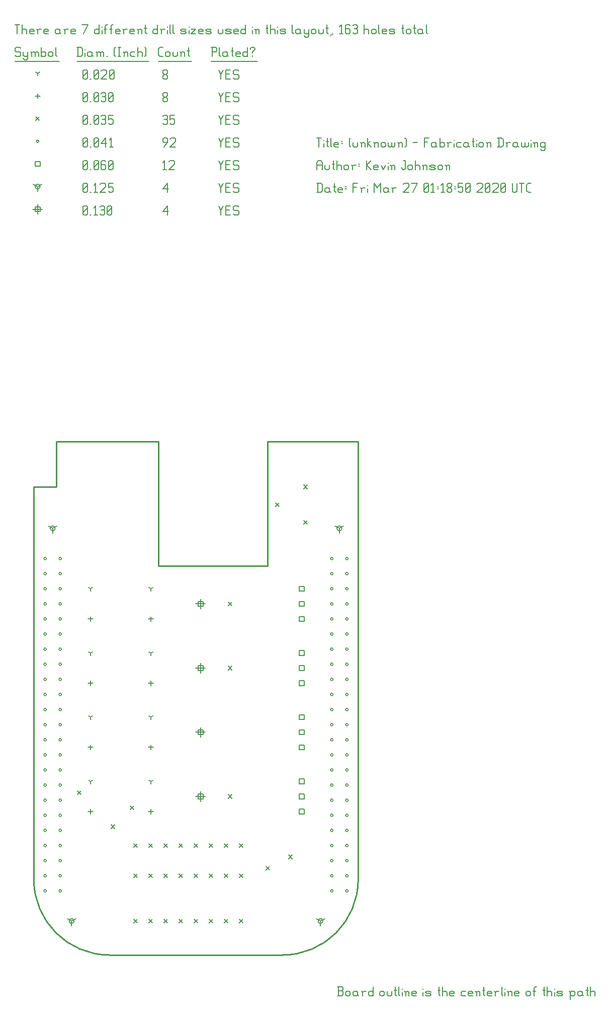
<source format=gbr>
G04 start of page 9 for group -3984 idx -3984 *
G04 Title: (unknown), fab *
G04 Creator: pcb 4.0.2 *
G04 CreationDate: Fri Mar 27 01:18:50 2020 UTC *
G04 For: kevin *
G04 Format: Gerber/RS-274X *
G04 PCB-Dimensions (mil): 6000.00 5000.00 *
G04 PCB-Coordinate-Origin: lower left *
%MOIN*%
%FSLAX25Y25*%
%LNFAB*%
%ADD73C,0.0100*%
%ADD72C,0.0075*%
%ADD71C,0.0060*%
%ADD70C,0.0080*%
G54D70*X123000Y253200D02*Y246800D01*
X119800Y250000D02*X126200D01*
X121400Y251600D02*X124600D01*
X121400D02*Y248400D01*
X124600D01*
Y251600D02*Y248400D01*
X123000Y168200D02*Y161800D01*
X119800Y165000D02*X126200D01*
X121400Y166600D02*X124600D01*
X121400D02*Y163400D01*
X124600D01*
Y166600D02*Y163400D01*
X123000Y125700D02*Y119300D01*
X119800Y122500D02*X126200D01*
X121400Y124100D02*X124600D01*
X121400D02*Y120900D01*
X124600D01*
Y124100D02*Y120900D01*
X123000Y210700D02*Y204300D01*
X119800Y207500D02*X126200D01*
X121400Y209100D02*X124600D01*
X121400D02*Y205900D01*
X124600D01*
Y209100D02*Y205900D01*
X15000Y514450D02*Y508050D01*
X11800Y511250D02*X18200D01*
X13400Y512850D02*X16600D01*
X13400D02*Y509650D01*
X16600D01*
Y512850D02*Y509650D01*
G54D71*X135000Y513500D02*X136500Y510500D01*
X138000Y513500D01*
X136500Y510500D02*Y507500D01*
X139800Y510800D02*X142050D01*
X139800Y507500D02*X142800D01*
X139800Y513500D02*Y507500D01*
Y513500D02*X142800D01*
X147600D02*X148350Y512750D01*
X145350Y513500D02*X147600D01*
X144600Y512750D02*X145350Y513500D01*
X144600Y512750D02*Y511250D01*
X145350Y510500D01*
X147600D01*
X148350Y509750D01*
Y508250D01*
X147600Y507500D02*X148350Y508250D01*
X145350Y507500D02*X147600D01*
X144600Y508250D02*X145350Y507500D01*
X98000Y509750D02*X101000Y513500D01*
X98000Y509750D02*X101750D01*
X101000Y513500D02*Y507500D01*
X45000Y508250D02*X45750Y507500D01*
X45000Y512750D02*Y508250D01*
Y512750D02*X45750Y513500D01*
X47250D01*
X48000Y512750D01*
Y508250D01*
X47250Y507500D02*X48000Y508250D01*
X45750Y507500D02*X47250D01*
X45000Y509000D02*X48000Y512000D01*
X49800Y507500D02*X50550D01*
X52350Y512300D02*X53550Y513500D01*
Y507500D01*
X52350D02*X54600D01*
X56400Y512750D02*X57150Y513500D01*
X58650D01*
X59400Y512750D01*
X58650Y507500D02*X59400Y508250D01*
X57150Y507500D02*X58650D01*
X56400Y508250D02*X57150Y507500D01*
Y510800D02*X58650D01*
X59400Y512750D02*Y511550D01*
Y510050D02*Y508250D01*
Y510050D02*X58650Y510800D01*
X59400Y511550D02*X58650Y510800D01*
X61200Y508250D02*X61950Y507500D01*
X61200Y512750D02*Y508250D01*
Y512750D02*X61950Y513500D01*
X63450D01*
X64200Y512750D01*
Y508250D01*
X63450Y507500D02*X64200Y508250D01*
X61950Y507500D02*X63450D01*
X61200Y509000D02*X64200Y512000D01*
X25000Y300000D02*Y296800D01*
Y300000D02*X27773Y301600D01*
X25000Y300000D02*X22227Y301600D01*
X23400Y300000D02*G75*G03X26600Y300000I1600J0D01*G01*
G75*G03X23400Y300000I-1600J0D01*G01*
X215000D02*Y296800D01*
Y300000D02*X217773Y301600D01*
X215000Y300000D02*X212227Y301600D01*
X213400Y300000D02*G75*G03X216600Y300000I1600J0D01*G01*
G75*G03X213400Y300000I-1600J0D01*G01*
X202500Y40000D02*Y36800D01*
Y40000D02*X205273Y41600D01*
X202500Y40000D02*X199727Y41600D01*
X200900Y40000D02*G75*G03X204100Y40000I1600J0D01*G01*
G75*G03X200900Y40000I-1600J0D01*G01*
X37500D02*Y36800D01*
Y40000D02*X40273Y41600D01*
X37500Y40000D02*X34727Y41600D01*
X35900Y40000D02*G75*G03X39100Y40000I1600J0D01*G01*
G75*G03X35900Y40000I-1600J0D01*G01*
X15000Y526250D02*Y523050D01*
Y526250D02*X17773Y527850D01*
X15000Y526250D02*X12227Y527850D01*
X13400Y526250D02*G75*G03X16600Y526250I1600J0D01*G01*
G75*G03X13400Y526250I-1600J0D01*G01*
X135000Y528500D02*X136500Y525500D01*
X138000Y528500D01*
X136500Y525500D02*Y522500D01*
X139800Y525800D02*X142050D01*
X139800Y522500D02*X142800D01*
X139800Y528500D02*Y522500D01*
Y528500D02*X142800D01*
X147600D02*X148350Y527750D01*
X145350Y528500D02*X147600D01*
X144600Y527750D02*X145350Y528500D01*
X144600Y527750D02*Y526250D01*
X145350Y525500D01*
X147600D01*
X148350Y524750D01*
Y523250D01*
X147600Y522500D02*X148350Y523250D01*
X145350Y522500D02*X147600D01*
X144600Y523250D02*X145350Y522500D01*
X98000Y524750D02*X101000Y528500D01*
X98000Y524750D02*X101750D01*
X101000Y528500D02*Y522500D01*
X45000Y523250D02*X45750Y522500D01*
X45000Y527750D02*Y523250D01*
Y527750D02*X45750Y528500D01*
X47250D01*
X48000Y527750D01*
Y523250D01*
X47250Y522500D02*X48000Y523250D01*
X45750Y522500D02*X47250D01*
X45000Y524000D02*X48000Y527000D01*
X49800Y522500D02*X50550D01*
X52350Y527300D02*X53550Y528500D01*
Y522500D01*
X52350D02*X54600D01*
X56400Y527750D02*X57150Y528500D01*
X59400D01*
X60150Y527750D01*
Y526250D01*
X56400Y522500D02*X60150Y526250D01*
X56400Y522500D02*X60150D01*
X61950Y528500D02*X64950D01*
X61950D02*Y525500D01*
X62700Y526250D01*
X64200D01*
X64950Y525500D01*
Y523250D01*
X64200Y522500D02*X64950Y523250D01*
X62700Y522500D02*X64200D01*
X61950Y523250D02*X62700Y522500D01*
X188400Y241600D02*X191600D01*
X188400D02*Y238400D01*
X191600D01*
Y241600D02*Y238400D01*
X188400Y251600D02*X191600D01*
X188400D02*Y248400D01*
X191600D01*
Y251600D02*Y248400D01*
X188400Y261600D02*X191600D01*
X188400D02*Y258400D01*
X191600D01*
Y261600D02*Y258400D01*
X188400Y156600D02*X191600D01*
X188400D02*Y153400D01*
X191600D01*
Y156600D02*Y153400D01*
X188400Y166600D02*X191600D01*
X188400D02*Y163400D01*
X191600D01*
Y166600D02*Y163400D01*
X188400Y176600D02*X191600D01*
X188400D02*Y173400D01*
X191600D01*
Y176600D02*Y173400D01*
X188400Y114100D02*X191600D01*
X188400D02*Y110900D01*
X191600D01*
Y114100D02*Y110900D01*
X188400Y124100D02*X191600D01*
X188400D02*Y120900D01*
X191600D01*
Y124100D02*Y120900D01*
X188400Y134100D02*X191600D01*
X188400D02*Y130900D01*
X191600D01*
Y134100D02*Y130900D01*
X188400Y199100D02*X191600D01*
X188400D02*Y195900D01*
X191600D01*
Y199100D02*Y195900D01*
X188400Y209100D02*X191600D01*
X188400D02*Y205900D01*
X191600D01*
Y209100D02*Y205900D01*
X188400Y219100D02*X191600D01*
X188400D02*Y215900D01*
X191600D01*
Y219100D02*Y215900D01*
X13400Y542850D02*X16600D01*
X13400D02*Y539650D01*
X16600D01*
Y542850D02*Y539650D01*
X135000Y543500D02*X136500Y540500D01*
X138000Y543500D01*
X136500Y540500D02*Y537500D01*
X139800Y540800D02*X142050D01*
X139800Y537500D02*X142800D01*
X139800Y543500D02*Y537500D01*
Y543500D02*X142800D01*
X147600D02*X148350Y542750D01*
X145350Y543500D02*X147600D01*
X144600Y542750D02*X145350Y543500D01*
X144600Y542750D02*Y541250D01*
X145350Y540500D01*
X147600D01*
X148350Y539750D01*
Y538250D01*
X147600Y537500D02*X148350Y538250D01*
X145350Y537500D02*X147600D01*
X144600Y538250D02*X145350Y537500D01*
X98000Y542300D02*X99200Y543500D01*
Y537500D01*
X98000D02*X100250D01*
X102050Y542750D02*X102800Y543500D01*
X105050D01*
X105800Y542750D01*
Y541250D01*
X102050Y537500D02*X105800Y541250D01*
X102050Y537500D02*X105800D01*
X45000Y538250D02*X45750Y537500D01*
X45000Y542750D02*Y538250D01*
Y542750D02*X45750Y543500D01*
X47250D01*
X48000Y542750D01*
Y538250D01*
X47250Y537500D02*X48000Y538250D01*
X45750Y537500D02*X47250D01*
X45000Y539000D02*X48000Y542000D01*
X49800Y537500D02*X50550D01*
X52350Y538250D02*X53100Y537500D01*
X52350Y542750D02*Y538250D01*
Y542750D02*X53100Y543500D01*
X54600D01*
X55350Y542750D01*
Y538250D01*
X54600Y537500D02*X55350Y538250D01*
X53100Y537500D02*X54600D01*
X52350Y539000D02*X55350Y542000D01*
X59400Y543500D02*X60150Y542750D01*
X57900Y543500D02*X59400D01*
X57150Y542750D02*X57900Y543500D01*
X57150Y542750D02*Y538250D01*
X57900Y537500D01*
X59400Y540800D02*X60150Y540050D01*
X57150Y540800D02*X59400D01*
X57900Y537500D02*X59400D01*
X60150Y538250D01*
Y540050D02*Y538250D01*
X61950D02*X62700Y537500D01*
X61950Y542750D02*Y538250D01*
Y542750D02*X62700Y543500D01*
X64200D01*
X64950Y542750D01*
Y538250D01*
X64200Y537500D02*X64950Y538250D01*
X62700Y537500D02*X64200D01*
X61950Y539000D02*X64950Y542000D01*
X29200Y280000D02*G75*G03X30800Y280000I800J0D01*G01*
G75*G03X29200Y280000I-800J0D01*G01*
X19200D02*G75*G03X20800Y280000I800J0D01*G01*
G75*G03X19200Y280000I-800J0D01*G01*
X219200D02*G75*G03X220800Y280000I800J0D01*G01*
G75*G03X219200Y280000I-800J0D01*G01*
X209200Y60000D02*G75*G03X210800Y60000I800J0D01*G01*
G75*G03X209200Y60000I-800J0D01*G01*
X219200D02*G75*G03X220800Y60000I800J0D01*G01*
G75*G03X219200Y60000I-800J0D01*G01*
X29200D02*G75*G03X30800Y60000I800J0D01*G01*
G75*G03X29200Y60000I-800J0D01*G01*
X19200D02*G75*G03X20800Y60000I800J0D01*G01*
G75*G03X19200Y60000I-800J0D01*G01*
Y270000D02*G75*G03X20800Y270000I800J0D01*G01*
G75*G03X19200Y270000I-800J0D01*G01*
Y260000D02*G75*G03X20800Y260000I800J0D01*G01*
G75*G03X19200Y260000I-800J0D01*G01*
Y250000D02*G75*G03X20800Y250000I800J0D01*G01*
G75*G03X19200Y250000I-800J0D01*G01*
Y240000D02*G75*G03X20800Y240000I800J0D01*G01*
G75*G03X19200Y240000I-800J0D01*G01*
Y230000D02*G75*G03X20800Y230000I800J0D01*G01*
G75*G03X19200Y230000I-800J0D01*G01*
Y220000D02*G75*G03X20800Y220000I800J0D01*G01*
G75*G03X19200Y220000I-800J0D01*G01*
Y210000D02*G75*G03X20800Y210000I800J0D01*G01*
G75*G03X19200Y210000I-800J0D01*G01*
Y200000D02*G75*G03X20800Y200000I800J0D01*G01*
G75*G03X19200Y200000I-800J0D01*G01*
Y190000D02*G75*G03X20800Y190000I800J0D01*G01*
G75*G03X19200Y190000I-800J0D01*G01*
Y180000D02*G75*G03X20800Y180000I800J0D01*G01*
G75*G03X19200Y180000I-800J0D01*G01*
Y170000D02*G75*G03X20800Y170000I800J0D01*G01*
G75*G03X19200Y170000I-800J0D01*G01*
Y160000D02*G75*G03X20800Y160000I800J0D01*G01*
G75*G03X19200Y160000I-800J0D01*G01*
Y150000D02*G75*G03X20800Y150000I800J0D01*G01*
G75*G03X19200Y150000I-800J0D01*G01*
Y140000D02*G75*G03X20800Y140000I800J0D01*G01*
G75*G03X19200Y140000I-800J0D01*G01*
Y130000D02*G75*G03X20800Y130000I800J0D01*G01*
G75*G03X19200Y130000I-800J0D01*G01*
Y120000D02*G75*G03X20800Y120000I800J0D01*G01*
G75*G03X19200Y120000I-800J0D01*G01*
Y110000D02*G75*G03X20800Y110000I800J0D01*G01*
G75*G03X19200Y110000I-800J0D01*G01*
Y100000D02*G75*G03X20800Y100000I800J0D01*G01*
G75*G03X19200Y100000I-800J0D01*G01*
Y90000D02*G75*G03X20800Y90000I800J0D01*G01*
G75*G03X19200Y90000I-800J0D01*G01*
Y80000D02*G75*G03X20800Y80000I800J0D01*G01*
G75*G03X19200Y80000I-800J0D01*G01*
Y70000D02*G75*G03X20800Y70000I800J0D01*G01*
G75*G03X19200Y70000I-800J0D01*G01*
X29200Y270000D02*G75*G03X30800Y270000I800J0D01*G01*
G75*G03X29200Y270000I-800J0D01*G01*
Y260000D02*G75*G03X30800Y260000I800J0D01*G01*
G75*G03X29200Y260000I-800J0D01*G01*
Y250000D02*G75*G03X30800Y250000I800J0D01*G01*
G75*G03X29200Y250000I-800J0D01*G01*
Y240000D02*G75*G03X30800Y240000I800J0D01*G01*
G75*G03X29200Y240000I-800J0D01*G01*
Y230000D02*G75*G03X30800Y230000I800J0D01*G01*
G75*G03X29200Y230000I-800J0D01*G01*
Y220000D02*G75*G03X30800Y220000I800J0D01*G01*
G75*G03X29200Y220000I-800J0D01*G01*
Y210000D02*G75*G03X30800Y210000I800J0D01*G01*
G75*G03X29200Y210000I-800J0D01*G01*
Y200000D02*G75*G03X30800Y200000I800J0D01*G01*
G75*G03X29200Y200000I-800J0D01*G01*
Y190000D02*G75*G03X30800Y190000I800J0D01*G01*
G75*G03X29200Y190000I-800J0D01*G01*
Y180000D02*G75*G03X30800Y180000I800J0D01*G01*
G75*G03X29200Y180000I-800J0D01*G01*
Y170000D02*G75*G03X30800Y170000I800J0D01*G01*
G75*G03X29200Y170000I-800J0D01*G01*
Y160000D02*G75*G03X30800Y160000I800J0D01*G01*
G75*G03X29200Y160000I-800J0D01*G01*
Y150000D02*G75*G03X30800Y150000I800J0D01*G01*
G75*G03X29200Y150000I-800J0D01*G01*
Y140000D02*G75*G03X30800Y140000I800J0D01*G01*
G75*G03X29200Y140000I-800J0D01*G01*
Y130000D02*G75*G03X30800Y130000I800J0D01*G01*
G75*G03X29200Y130000I-800J0D01*G01*
Y120000D02*G75*G03X30800Y120000I800J0D01*G01*
G75*G03X29200Y120000I-800J0D01*G01*
Y110000D02*G75*G03X30800Y110000I800J0D01*G01*
G75*G03X29200Y110000I-800J0D01*G01*
Y100000D02*G75*G03X30800Y100000I800J0D01*G01*
G75*G03X29200Y100000I-800J0D01*G01*
Y90000D02*G75*G03X30800Y90000I800J0D01*G01*
G75*G03X29200Y90000I-800J0D01*G01*
Y80000D02*G75*G03X30800Y80000I800J0D01*G01*
G75*G03X29200Y80000I-800J0D01*G01*
Y70000D02*G75*G03X30800Y70000I800J0D01*G01*
G75*G03X29200Y70000I-800J0D01*G01*
X209200Y270000D02*G75*G03X210800Y270000I800J0D01*G01*
G75*G03X209200Y270000I-800J0D01*G01*
Y260000D02*G75*G03X210800Y260000I800J0D01*G01*
G75*G03X209200Y260000I-800J0D01*G01*
Y250000D02*G75*G03X210800Y250000I800J0D01*G01*
G75*G03X209200Y250000I-800J0D01*G01*
Y240000D02*G75*G03X210800Y240000I800J0D01*G01*
G75*G03X209200Y240000I-800J0D01*G01*
Y230000D02*G75*G03X210800Y230000I800J0D01*G01*
G75*G03X209200Y230000I-800J0D01*G01*
Y220000D02*G75*G03X210800Y220000I800J0D01*G01*
G75*G03X209200Y220000I-800J0D01*G01*
Y210000D02*G75*G03X210800Y210000I800J0D01*G01*
G75*G03X209200Y210000I-800J0D01*G01*
Y200000D02*G75*G03X210800Y200000I800J0D01*G01*
G75*G03X209200Y200000I-800J0D01*G01*
Y190000D02*G75*G03X210800Y190000I800J0D01*G01*
G75*G03X209200Y190000I-800J0D01*G01*
Y180000D02*G75*G03X210800Y180000I800J0D01*G01*
G75*G03X209200Y180000I-800J0D01*G01*
Y170000D02*G75*G03X210800Y170000I800J0D01*G01*
G75*G03X209200Y170000I-800J0D01*G01*
Y160000D02*G75*G03X210800Y160000I800J0D01*G01*
G75*G03X209200Y160000I-800J0D01*G01*
Y150000D02*G75*G03X210800Y150000I800J0D01*G01*
G75*G03X209200Y150000I-800J0D01*G01*
Y140000D02*G75*G03X210800Y140000I800J0D01*G01*
G75*G03X209200Y140000I-800J0D01*G01*
Y130000D02*G75*G03X210800Y130000I800J0D01*G01*
G75*G03X209200Y130000I-800J0D01*G01*
Y120000D02*G75*G03X210800Y120000I800J0D01*G01*
G75*G03X209200Y120000I-800J0D01*G01*
Y110000D02*G75*G03X210800Y110000I800J0D01*G01*
G75*G03X209200Y110000I-800J0D01*G01*
Y100000D02*G75*G03X210800Y100000I800J0D01*G01*
G75*G03X209200Y100000I-800J0D01*G01*
Y90000D02*G75*G03X210800Y90000I800J0D01*G01*
G75*G03X209200Y90000I-800J0D01*G01*
Y80000D02*G75*G03X210800Y80000I800J0D01*G01*
G75*G03X209200Y80000I-800J0D01*G01*
Y70000D02*G75*G03X210800Y70000I800J0D01*G01*
G75*G03X209200Y70000I-800J0D01*G01*
X219200D02*G75*G03X220800Y70000I800J0D01*G01*
G75*G03X219200Y70000I-800J0D01*G01*
Y80000D02*G75*G03X220800Y80000I800J0D01*G01*
G75*G03X219200Y80000I-800J0D01*G01*
Y90000D02*G75*G03X220800Y90000I800J0D01*G01*
G75*G03X219200Y90000I-800J0D01*G01*
Y100000D02*G75*G03X220800Y100000I800J0D01*G01*
G75*G03X219200Y100000I-800J0D01*G01*
Y110000D02*G75*G03X220800Y110000I800J0D01*G01*
G75*G03X219200Y110000I-800J0D01*G01*
Y120000D02*G75*G03X220800Y120000I800J0D01*G01*
G75*G03X219200Y120000I-800J0D01*G01*
Y140000D02*G75*G03X220800Y140000I800J0D01*G01*
G75*G03X219200Y140000I-800J0D01*G01*
Y130000D02*G75*G03X220800Y130000I800J0D01*G01*
G75*G03X219200Y130000I-800J0D01*G01*
Y150000D02*G75*G03X220800Y150000I800J0D01*G01*
G75*G03X219200Y150000I-800J0D01*G01*
Y160000D02*G75*G03X220800Y160000I800J0D01*G01*
G75*G03X219200Y160000I-800J0D01*G01*
Y170000D02*G75*G03X220800Y170000I800J0D01*G01*
G75*G03X219200Y170000I-800J0D01*G01*
Y180000D02*G75*G03X220800Y180000I800J0D01*G01*
G75*G03X219200Y180000I-800J0D01*G01*
Y190000D02*G75*G03X220800Y190000I800J0D01*G01*
G75*G03X219200Y190000I-800J0D01*G01*
Y200000D02*G75*G03X220800Y200000I800J0D01*G01*
G75*G03X219200Y200000I-800J0D01*G01*
Y210000D02*G75*G03X220800Y210000I800J0D01*G01*
G75*G03X219200Y210000I-800J0D01*G01*
Y220000D02*G75*G03X220800Y220000I800J0D01*G01*
G75*G03X219200Y220000I-800J0D01*G01*
Y230000D02*G75*G03X220800Y230000I800J0D01*G01*
G75*G03X219200Y230000I-800J0D01*G01*
Y240000D02*G75*G03X220800Y240000I800J0D01*G01*
G75*G03X219200Y240000I-800J0D01*G01*
Y260000D02*G75*G03X220800Y260000I800J0D01*G01*
G75*G03X219200Y260000I-800J0D01*G01*
Y250000D02*G75*G03X220800Y250000I800J0D01*G01*
G75*G03X219200Y250000I-800J0D01*G01*
Y270000D02*G75*G03X220800Y270000I800J0D01*G01*
G75*G03X219200Y270000I-800J0D01*G01*
X209200Y280000D02*G75*G03X210800Y280000I800J0D01*G01*
G75*G03X209200Y280000I-800J0D01*G01*
X14200Y556250D02*G75*G03X15800Y556250I800J0D01*G01*
G75*G03X14200Y556250I-800J0D01*G01*
X135000Y558500D02*X136500Y555500D01*
X138000Y558500D01*
X136500Y555500D02*Y552500D01*
X139800Y555800D02*X142050D01*
X139800Y552500D02*X142800D01*
X139800Y558500D02*Y552500D01*
Y558500D02*X142800D01*
X147600D02*X148350Y557750D01*
X145350Y558500D02*X147600D01*
X144600Y557750D02*X145350Y558500D01*
X144600Y557750D02*Y556250D01*
X145350Y555500D01*
X147600D01*
X148350Y554750D01*
Y553250D01*
X147600Y552500D02*X148350Y553250D01*
X145350Y552500D02*X147600D01*
X144600Y553250D02*X145350Y552500D01*
X98750D02*X101000Y555500D01*
Y557750D02*Y555500D01*
X100250Y558500D02*X101000Y557750D01*
X98750Y558500D02*X100250D01*
X98000Y557750D02*X98750Y558500D01*
X98000Y557750D02*Y556250D01*
X98750Y555500D01*
X101000D01*
X102800Y557750D02*X103550Y558500D01*
X105800D01*
X106550Y557750D01*
Y556250D01*
X102800Y552500D02*X106550Y556250D01*
X102800Y552500D02*X106550D01*
X45000Y553250D02*X45750Y552500D01*
X45000Y557750D02*Y553250D01*
Y557750D02*X45750Y558500D01*
X47250D01*
X48000Y557750D01*
Y553250D01*
X47250Y552500D02*X48000Y553250D01*
X45750Y552500D02*X47250D01*
X45000Y554000D02*X48000Y557000D01*
X49800Y552500D02*X50550D01*
X52350Y553250D02*X53100Y552500D01*
X52350Y557750D02*Y553250D01*
Y557750D02*X53100Y558500D01*
X54600D01*
X55350Y557750D01*
Y553250D01*
X54600Y552500D02*X55350Y553250D01*
X53100Y552500D02*X54600D01*
X52350Y554000D02*X55350Y557000D01*
X57150Y554750D02*X60150Y558500D01*
X57150Y554750D02*X60900D01*
X60150Y558500D02*Y552500D01*
X62700Y557300D02*X63900Y558500D01*
Y552500D01*
X62700D02*X64950D01*
X78800Y91200D02*X81200Y88800D01*
X78800D02*X81200Y91200D01*
X88800D02*X91200Y88800D01*
X88800D02*X91200Y91200D01*
X98800D02*X101200Y88800D01*
X98800D02*X101200Y91200D01*
X108800D02*X111200Y88800D01*
X108800D02*X111200Y91200D01*
X118800D02*X121200Y88800D01*
X118800D02*X121200Y91200D01*
X128800D02*X131200Y88800D01*
X128800D02*X131200Y91200D01*
X138800D02*X141200Y88800D01*
X138800D02*X141200Y91200D01*
X148800D02*X151200Y88800D01*
X148800D02*X151200Y91200D01*
X118800Y41200D02*X121200Y38800D01*
X118800D02*X121200Y41200D01*
X148800D02*X151200Y38800D01*
X148800D02*X151200Y41200D01*
X138800D02*X141200Y38800D01*
X138800D02*X141200Y41200D01*
X128800D02*X131200Y38800D01*
X128800D02*X131200Y41200D01*
X108800D02*X111200Y38800D01*
X108800D02*X111200Y41200D01*
X98800D02*X101200Y38800D01*
X98800D02*X101200Y41200D01*
X88800D02*X91200Y38800D01*
X88800D02*X91200Y41200D01*
X78800D02*X81200Y38800D01*
X78800D02*X81200Y41200D01*
X172796Y316889D02*X175196Y314489D01*
X172796D02*X175196Y316889D01*
X191300Y305078D02*X193700Y302678D01*
X191300D02*X193700Y305078D01*
X191300Y328700D02*X193700Y326300D01*
X191300D02*X193700Y328700D01*
X118800Y71200D02*X121200Y68800D01*
X118800D02*X121200Y71200D01*
X148800D02*X151200Y68800D01*
X148800D02*X151200Y71200D01*
X138800D02*X141200Y68800D01*
X138800D02*X141200Y71200D01*
X128800D02*X131200Y68800D01*
X128800D02*X131200Y71200D01*
X108800D02*X111200Y68800D01*
X108800D02*X111200Y71200D01*
X98800D02*X101200Y68800D01*
X98800D02*X101200Y71200D01*
X88800D02*X91200Y68800D01*
X88800D02*X91200Y71200D01*
X78800D02*X81200Y68800D01*
X78800D02*X81200Y71200D01*
X181300Y83700D02*X183700Y81300D01*
X181300D02*X183700Y83700D01*
X166300Y76200D02*X168700Y73800D01*
X166300D02*X168700Y76200D01*
X141300Y123700D02*X143700Y121300D01*
X141300D02*X143700Y123700D01*
X141300Y208700D02*X143700Y206300D01*
X141300D02*X143700Y208700D01*
X41300Y126200D02*X43700Y123800D01*
X41300D02*X43700Y126200D01*
X141300Y251200D02*X143700Y248800D01*
X141300D02*X143700Y251200D01*
X76300Y116200D02*X78700Y113800D01*
X76300D02*X78700Y116200D01*
X63800Y103700D02*X66200Y101300D01*
X63800D02*X66200Y103700D01*
X13800Y572450D02*X16200Y570050D01*
X13800D02*X16200Y572450D01*
X135000Y573500D02*X136500Y570500D01*
X138000Y573500D01*
X136500Y570500D02*Y567500D01*
X139800Y570800D02*X142050D01*
X139800Y567500D02*X142800D01*
X139800Y573500D02*Y567500D01*
Y573500D02*X142800D01*
X147600D02*X148350Y572750D01*
X145350Y573500D02*X147600D01*
X144600Y572750D02*X145350Y573500D01*
X144600Y572750D02*Y571250D01*
X145350Y570500D01*
X147600D01*
X148350Y569750D01*
Y568250D01*
X147600Y567500D02*X148350Y568250D01*
X145350Y567500D02*X147600D01*
X144600Y568250D02*X145350Y567500D01*
X98000Y572750D02*X98750Y573500D01*
X100250D01*
X101000Y572750D01*
X100250Y567500D02*X101000Y568250D01*
X98750Y567500D02*X100250D01*
X98000Y568250D02*X98750Y567500D01*
Y570800D02*X100250D01*
X101000Y572750D02*Y571550D01*
Y570050D02*Y568250D01*
Y570050D02*X100250Y570800D01*
X101000Y571550D02*X100250Y570800D01*
X102800Y573500D02*X105800D01*
X102800D02*Y570500D01*
X103550Y571250D01*
X105050D01*
X105800Y570500D01*
Y568250D01*
X105050Y567500D02*X105800Y568250D01*
X103550Y567500D02*X105050D01*
X102800Y568250D02*X103550Y567500D01*
X45000Y568250D02*X45750Y567500D01*
X45000Y572750D02*Y568250D01*
Y572750D02*X45750Y573500D01*
X47250D01*
X48000Y572750D01*
Y568250D01*
X47250Y567500D02*X48000Y568250D01*
X45750Y567500D02*X47250D01*
X45000Y569000D02*X48000Y572000D01*
X49800Y567500D02*X50550D01*
X52350Y568250D02*X53100Y567500D01*
X52350Y572750D02*Y568250D01*
Y572750D02*X53100Y573500D01*
X54600D01*
X55350Y572750D01*
Y568250D01*
X54600Y567500D02*X55350Y568250D01*
X53100Y567500D02*X54600D01*
X52350Y569000D02*X55350Y572000D01*
X57150Y572750D02*X57900Y573500D01*
X59400D01*
X60150Y572750D01*
X59400Y567500D02*X60150Y568250D01*
X57900Y567500D02*X59400D01*
X57150Y568250D02*X57900Y567500D01*
Y570800D02*X59400D01*
X60150Y572750D02*Y571550D01*
Y570050D02*Y568250D01*
Y570050D02*X59400Y570800D01*
X60150Y571550D02*X59400Y570800D01*
X61950Y573500D02*X64950D01*
X61950D02*Y570500D01*
X62700Y571250D01*
X64200D01*
X64950Y570500D01*
Y568250D01*
X64200Y567500D02*X64950Y568250D01*
X62700Y567500D02*X64200D01*
X61950Y568250D02*X62700Y567500D01*
X90000Y241600D02*Y238400D01*
X88400Y240000D02*X91600D01*
X50000Y241600D02*Y238400D01*
X48400Y240000D02*X51600D01*
X90000Y199100D02*Y195900D01*
X88400Y197500D02*X91600D01*
X50000Y199100D02*Y195900D01*
X48400Y197500D02*X51600D01*
X90000Y114100D02*Y110900D01*
X88400Y112500D02*X91600D01*
X50000Y114100D02*Y110900D01*
X48400Y112500D02*X51600D01*
X90000Y156600D02*Y153400D01*
X88400Y155000D02*X91600D01*
X50000Y156600D02*Y153400D01*
X48400Y155000D02*X51600D01*
X15000Y587850D02*Y584650D01*
X13400Y586250D02*X16600D01*
X135000Y588500D02*X136500Y585500D01*
X138000Y588500D01*
X136500Y585500D02*Y582500D01*
X139800Y585800D02*X142050D01*
X139800Y582500D02*X142800D01*
X139800Y588500D02*Y582500D01*
Y588500D02*X142800D01*
X147600D02*X148350Y587750D01*
X145350Y588500D02*X147600D01*
X144600Y587750D02*X145350Y588500D01*
X144600Y587750D02*Y586250D01*
X145350Y585500D01*
X147600D01*
X148350Y584750D01*
Y583250D01*
X147600Y582500D02*X148350Y583250D01*
X145350Y582500D02*X147600D01*
X144600Y583250D02*X145350Y582500D01*
X98000Y583250D02*X98750Y582500D01*
X98000Y584450D02*Y583250D01*
Y584450D02*X99050Y585500D01*
X99950D01*
X101000Y584450D01*
Y583250D01*
X100250Y582500D02*X101000Y583250D01*
X98750Y582500D02*X100250D01*
X98000Y586550D02*X99050Y585500D01*
X98000Y587750D02*Y586550D01*
Y587750D02*X98750Y588500D01*
X100250D01*
X101000Y587750D01*
Y586550D01*
X99950Y585500D02*X101000Y586550D01*
X45000Y583250D02*X45750Y582500D01*
X45000Y587750D02*Y583250D01*
Y587750D02*X45750Y588500D01*
X47250D01*
X48000Y587750D01*
Y583250D01*
X47250Y582500D02*X48000Y583250D01*
X45750Y582500D02*X47250D01*
X45000Y584000D02*X48000Y587000D01*
X49800Y582500D02*X50550D01*
X52350Y583250D02*X53100Y582500D01*
X52350Y587750D02*Y583250D01*
Y587750D02*X53100Y588500D01*
X54600D01*
X55350Y587750D01*
Y583250D01*
X54600Y582500D02*X55350Y583250D01*
X53100Y582500D02*X54600D01*
X52350Y584000D02*X55350Y587000D01*
X57150Y587750D02*X57900Y588500D01*
X59400D01*
X60150Y587750D01*
X59400Y582500D02*X60150Y583250D01*
X57900Y582500D02*X59400D01*
X57150Y583250D02*X57900Y582500D01*
Y585800D02*X59400D01*
X60150Y587750D02*Y586550D01*
Y585050D02*Y583250D01*
Y585050D02*X59400Y585800D01*
X60150Y586550D02*X59400Y585800D01*
X61950Y583250D02*X62700Y582500D01*
X61950Y587750D02*Y583250D01*
Y587750D02*X62700Y588500D01*
X64200D01*
X64950Y587750D01*
Y583250D01*
X64200Y582500D02*X64950Y583250D01*
X62700Y582500D02*X64200D01*
X61950Y584000D02*X64950Y587000D01*
X90000Y260000D02*Y258400D01*
Y260000D02*X91387Y260800D01*
X90000Y260000D02*X88613Y260800D01*
X50000Y260000D02*Y258400D01*
Y260000D02*X51387Y260800D01*
X50000Y260000D02*X48613Y260800D01*
X90000Y132500D02*Y130900D01*
Y132500D02*X91387Y133300D01*
X90000Y132500D02*X88613Y133300D01*
X50000Y132500D02*Y130900D01*
Y132500D02*X51387Y133300D01*
X50000Y132500D02*X48613Y133300D01*
X90000Y175000D02*Y173400D01*
Y175000D02*X91387Y175800D01*
X90000Y175000D02*X88613Y175800D01*
X50000Y175000D02*Y173400D01*
Y175000D02*X51387Y175800D01*
X50000Y175000D02*X48613Y175800D01*
X90000Y217500D02*Y215900D01*
Y217500D02*X91387Y218300D01*
X90000Y217500D02*X88613Y218300D01*
X50000Y217500D02*Y215900D01*
Y217500D02*X51387Y218300D01*
X50000Y217500D02*X48613Y218300D01*
X15000Y601250D02*Y599650D01*
Y601250D02*X16387Y602050D01*
X15000Y601250D02*X13613Y602050D01*
X135000Y603500D02*X136500Y600500D01*
X138000Y603500D01*
X136500Y600500D02*Y597500D01*
X139800Y600800D02*X142050D01*
X139800Y597500D02*X142800D01*
X139800Y603500D02*Y597500D01*
Y603500D02*X142800D01*
X147600D02*X148350Y602750D01*
X145350Y603500D02*X147600D01*
X144600Y602750D02*X145350Y603500D01*
X144600Y602750D02*Y601250D01*
X145350Y600500D01*
X147600D01*
X148350Y599750D01*
Y598250D01*
X147600Y597500D02*X148350Y598250D01*
X145350Y597500D02*X147600D01*
X144600Y598250D02*X145350Y597500D01*
X98000Y598250D02*X98750Y597500D01*
X98000Y599450D02*Y598250D01*
Y599450D02*X99050Y600500D01*
X99950D01*
X101000Y599450D01*
Y598250D01*
X100250Y597500D02*X101000Y598250D01*
X98750Y597500D02*X100250D01*
X98000Y601550D02*X99050Y600500D01*
X98000Y602750D02*Y601550D01*
Y602750D02*X98750Y603500D01*
X100250D01*
X101000Y602750D01*
Y601550D01*
X99950Y600500D02*X101000Y601550D01*
X45000Y598250D02*X45750Y597500D01*
X45000Y602750D02*Y598250D01*
Y602750D02*X45750Y603500D01*
X47250D01*
X48000Y602750D01*
Y598250D01*
X47250Y597500D02*X48000Y598250D01*
X45750Y597500D02*X47250D01*
X45000Y599000D02*X48000Y602000D01*
X49800Y597500D02*X50550D01*
X52350Y598250D02*X53100Y597500D01*
X52350Y602750D02*Y598250D01*
Y602750D02*X53100Y603500D01*
X54600D01*
X55350Y602750D01*
Y598250D01*
X54600Y597500D02*X55350Y598250D01*
X53100Y597500D02*X54600D01*
X52350Y599000D02*X55350Y602000D01*
X57150Y602750D02*X57900Y603500D01*
X60150D01*
X60900Y602750D01*
Y601250D01*
X57150Y597500D02*X60900Y601250D01*
X57150Y597500D02*X60900D01*
X62700Y598250D02*X63450Y597500D01*
X62700Y602750D02*Y598250D01*
Y602750D02*X63450Y603500D01*
X64950D01*
X65700Y602750D01*
Y598250D01*
X64950Y597500D02*X65700Y598250D01*
X63450Y597500D02*X64950D01*
X62700Y599000D02*X65700Y602000D01*
X3000Y618500D02*X3750Y617750D01*
X750Y618500D02*X3000D01*
X0Y617750D02*X750Y618500D01*
X0Y617750D02*Y616250D01*
X750Y615500D01*
X3000D01*
X3750Y614750D01*
Y613250D01*
X3000Y612500D02*X3750Y613250D01*
X750Y612500D02*X3000D01*
X0Y613250D02*X750Y612500D01*
X5550Y615500D02*Y613250D01*
X6300Y612500D01*
X8550Y615500D02*Y611000D01*
X7800Y610250D02*X8550Y611000D01*
X6300Y610250D02*X7800D01*
X5550Y611000D02*X6300Y610250D01*
Y612500D02*X7800D01*
X8550Y613250D01*
X11100Y614750D02*Y612500D01*
Y614750D02*X11850Y615500D01*
X12600D01*
X13350Y614750D01*
Y612500D01*
Y614750D02*X14100Y615500D01*
X14850D01*
X15600Y614750D01*
Y612500D01*
X10350Y615500D02*X11100Y614750D01*
X17400Y618500D02*Y612500D01*
Y613250D02*X18150Y612500D01*
X19650D01*
X20400Y613250D01*
Y614750D02*Y613250D01*
X19650Y615500D02*X20400Y614750D01*
X18150Y615500D02*X19650D01*
X17400Y614750D02*X18150Y615500D01*
X22200Y614750D02*Y613250D01*
Y614750D02*X22950Y615500D01*
X24450D01*
X25200Y614750D01*
Y613250D01*
X24450Y612500D02*X25200Y613250D01*
X22950Y612500D02*X24450D01*
X22200Y613250D02*X22950Y612500D01*
X27000Y618500D02*Y613250D01*
X27750Y612500D01*
X0Y609250D02*X29250D01*
X41750Y618500D02*Y612500D01*
X43700Y618500D02*X44750Y617450D01*
Y613550D01*
X43700Y612500D02*X44750Y613550D01*
X41000Y612500D02*X43700D01*
X41000Y618500D02*X43700D01*
G54D72*X46550Y617000D02*Y616850D01*
G54D71*Y614750D02*Y612500D01*
X50300Y615500D02*X51050Y614750D01*
X48800Y615500D02*X50300D01*
X48050Y614750D02*X48800Y615500D01*
X48050Y614750D02*Y613250D01*
X48800Y612500D01*
X51050Y615500D02*Y613250D01*
X51800Y612500D01*
X48800D02*X50300D01*
X51050Y613250D01*
X54350Y614750D02*Y612500D01*
Y614750D02*X55100Y615500D01*
X55850D01*
X56600Y614750D01*
Y612500D01*
Y614750D02*X57350Y615500D01*
X58100D01*
X58850Y614750D01*
Y612500D01*
X53600Y615500D02*X54350Y614750D01*
X60650Y612500D02*X61400D01*
X65900Y613250D02*X66650Y612500D01*
X65900Y617750D02*X66650Y618500D01*
X65900Y617750D02*Y613250D01*
X68450Y618500D02*X69950D01*
X69200D02*Y612500D01*
X68450D02*X69950D01*
X72500Y614750D02*Y612500D01*
Y614750D02*X73250Y615500D01*
X74000D01*
X74750Y614750D01*
Y612500D01*
X71750Y615500D02*X72500Y614750D01*
X77300Y615500D02*X79550D01*
X76550Y614750D02*X77300Y615500D01*
X76550Y614750D02*Y613250D01*
X77300Y612500D01*
X79550D01*
X81350Y618500D02*Y612500D01*
Y614750D02*X82100Y615500D01*
X83600D01*
X84350Y614750D01*
Y612500D01*
X86150Y618500D02*X86900Y617750D01*
Y613250D01*
X86150Y612500D02*X86900Y613250D01*
X41000Y609250D02*X88700D01*
X96050Y612500D02*X98000D01*
X95000Y613550D02*X96050Y612500D01*
X95000Y617450D02*Y613550D01*
Y617450D02*X96050Y618500D01*
X98000D01*
X99800Y614750D02*Y613250D01*
Y614750D02*X100550Y615500D01*
X102050D01*
X102800Y614750D01*
Y613250D01*
X102050Y612500D02*X102800Y613250D01*
X100550Y612500D02*X102050D01*
X99800Y613250D02*X100550Y612500D01*
X104600Y615500D02*Y613250D01*
X105350Y612500D01*
X106850D01*
X107600Y613250D01*
Y615500D02*Y613250D01*
X110150Y614750D02*Y612500D01*
Y614750D02*X110900Y615500D01*
X111650D01*
X112400Y614750D01*
Y612500D01*
X109400Y615500D02*X110150Y614750D01*
X114950Y618500D02*Y613250D01*
X115700Y612500D01*
X114200Y616250D02*X115700D01*
X95000Y609250D02*X117200D01*
X130750Y618500D02*Y612500D01*
X130000Y618500D02*X133000D01*
X133750Y617750D01*
Y616250D01*
X133000Y615500D02*X133750Y616250D01*
X130750Y615500D02*X133000D01*
X135550Y618500D02*Y613250D01*
X136300Y612500D01*
X140050Y615500D02*X140800Y614750D01*
X138550Y615500D02*X140050D01*
X137800Y614750D02*X138550Y615500D01*
X137800Y614750D02*Y613250D01*
X138550Y612500D01*
X140800Y615500D02*Y613250D01*
X141550Y612500D01*
X138550D02*X140050D01*
X140800Y613250D01*
X144100Y618500D02*Y613250D01*
X144850Y612500D01*
X143350Y616250D02*X144850D01*
X147100Y612500D02*X149350D01*
X146350Y613250D02*X147100Y612500D01*
X146350Y614750D02*Y613250D01*
Y614750D02*X147100Y615500D01*
X148600D01*
X149350Y614750D01*
X146350Y614000D02*X149350D01*
Y614750D02*Y614000D01*
X154150Y618500D02*Y612500D01*
X153400D02*X154150Y613250D01*
X151900Y612500D02*X153400D01*
X151150Y613250D02*X151900Y612500D01*
X151150Y614750D02*Y613250D01*
Y614750D02*X151900Y615500D01*
X153400D01*
X154150Y614750D01*
X157450Y615500D02*Y614750D01*
Y613250D02*Y612500D01*
X155950Y617750D02*Y617000D01*
Y617750D02*X156700Y618500D01*
X158200D01*
X158950Y617750D01*
Y617000D01*
X157450Y615500D02*X158950Y617000D01*
X130000Y609250D02*X160750D01*
X0Y633500D02*X3000D01*
X1500D02*Y627500D01*
X4800Y633500D02*Y627500D01*
Y629750D02*X5550Y630500D01*
X7050D01*
X7800Y629750D01*
Y627500D01*
X10350D02*X12600D01*
X9600Y628250D02*X10350Y627500D01*
X9600Y629750D02*Y628250D01*
Y629750D02*X10350Y630500D01*
X11850D01*
X12600Y629750D01*
X9600Y629000D02*X12600D01*
Y629750D02*Y629000D01*
X15150Y629750D02*Y627500D01*
Y629750D02*X15900Y630500D01*
X17400D01*
X14400D02*X15150Y629750D01*
X19950Y627500D02*X22200D01*
X19200Y628250D02*X19950Y627500D01*
X19200Y629750D02*Y628250D01*
Y629750D02*X19950Y630500D01*
X21450D01*
X22200Y629750D01*
X19200Y629000D02*X22200D01*
Y629750D02*Y629000D01*
X28950Y630500D02*X29700Y629750D01*
X27450Y630500D02*X28950D01*
X26700Y629750D02*X27450Y630500D01*
X26700Y629750D02*Y628250D01*
X27450Y627500D01*
X29700Y630500D02*Y628250D01*
X30450Y627500D01*
X27450D02*X28950D01*
X29700Y628250D01*
X33000Y629750D02*Y627500D01*
Y629750D02*X33750Y630500D01*
X35250D01*
X32250D02*X33000Y629750D01*
X37800Y627500D02*X40050D01*
X37050Y628250D02*X37800Y627500D01*
X37050Y629750D02*Y628250D01*
Y629750D02*X37800Y630500D01*
X39300D01*
X40050Y629750D01*
X37050Y629000D02*X40050D01*
Y629750D02*Y629000D01*
X45300Y627500D02*X48300Y633500D01*
X44550D02*X48300D01*
X55800D02*Y627500D01*
X55050D02*X55800Y628250D01*
X53550Y627500D02*X55050D01*
X52800Y628250D02*X53550Y627500D01*
X52800Y629750D02*Y628250D01*
Y629750D02*X53550Y630500D01*
X55050D01*
X55800Y629750D01*
G54D72*X57600Y632000D02*Y631850D01*
G54D71*Y629750D02*Y627500D01*
X59850Y632750D02*Y627500D01*
Y632750D02*X60600Y633500D01*
X61350D01*
X59100Y630500D02*X60600D01*
X63600Y632750D02*Y627500D01*
Y632750D02*X64350Y633500D01*
X65100D01*
X62850Y630500D02*X64350D01*
X67350Y627500D02*X69600D01*
X66600Y628250D02*X67350Y627500D01*
X66600Y629750D02*Y628250D01*
Y629750D02*X67350Y630500D01*
X68850D01*
X69600Y629750D01*
X66600Y629000D02*X69600D01*
Y629750D02*Y629000D01*
X72150Y629750D02*Y627500D01*
Y629750D02*X72900Y630500D01*
X74400D01*
X71400D02*X72150Y629750D01*
X76950Y627500D02*X79200D01*
X76200Y628250D02*X76950Y627500D01*
X76200Y629750D02*Y628250D01*
Y629750D02*X76950Y630500D01*
X78450D01*
X79200Y629750D01*
X76200Y629000D02*X79200D01*
Y629750D02*Y629000D01*
X81750Y629750D02*Y627500D01*
Y629750D02*X82500Y630500D01*
X83250D01*
X84000Y629750D01*
Y627500D01*
X81000Y630500D02*X81750Y629750D01*
X86550Y633500D02*Y628250D01*
X87300Y627500D01*
X85800Y631250D02*X87300D01*
X94500Y633500D02*Y627500D01*
X93750D02*X94500Y628250D01*
X92250Y627500D02*X93750D01*
X91500Y628250D02*X92250Y627500D01*
X91500Y629750D02*Y628250D01*
Y629750D02*X92250Y630500D01*
X93750D01*
X94500Y629750D01*
X97050D02*Y627500D01*
Y629750D02*X97800Y630500D01*
X99300D01*
X96300D02*X97050Y629750D01*
G54D72*X101100Y632000D02*Y631850D01*
G54D71*Y629750D02*Y627500D01*
X102600Y633500D02*Y628250D01*
X103350Y627500D01*
X104850Y633500D02*Y628250D01*
X105600Y627500D01*
X110550D02*X112800D01*
X113550Y628250D01*
X112800Y629000D02*X113550Y628250D01*
X110550Y629000D02*X112800D01*
X109800Y629750D02*X110550Y629000D01*
X109800Y629750D02*X110550Y630500D01*
X112800D01*
X113550Y629750D01*
X109800Y628250D02*X110550Y627500D01*
G54D72*X115350Y632000D02*Y631850D01*
G54D71*Y629750D02*Y627500D01*
X116850Y630500D02*X119850D01*
X116850Y627500D02*X119850Y630500D01*
X116850Y627500D02*X119850D01*
X122400D02*X124650D01*
X121650Y628250D02*X122400Y627500D01*
X121650Y629750D02*Y628250D01*
Y629750D02*X122400Y630500D01*
X123900D01*
X124650Y629750D01*
X121650Y629000D02*X124650D01*
Y629750D02*Y629000D01*
X127200Y627500D02*X129450D01*
X130200Y628250D01*
X129450Y629000D02*X130200Y628250D01*
X127200Y629000D02*X129450D01*
X126450Y629750D02*X127200Y629000D01*
X126450Y629750D02*X127200Y630500D01*
X129450D01*
X130200Y629750D01*
X126450Y628250D02*X127200Y627500D01*
X134700Y630500D02*Y628250D01*
X135450Y627500D01*
X136950D01*
X137700Y628250D01*
Y630500D02*Y628250D01*
X140250Y627500D02*X142500D01*
X143250Y628250D01*
X142500Y629000D02*X143250Y628250D01*
X140250Y629000D02*X142500D01*
X139500Y629750D02*X140250Y629000D01*
X139500Y629750D02*X140250Y630500D01*
X142500D01*
X143250Y629750D01*
X139500Y628250D02*X140250Y627500D01*
X145800D02*X148050D01*
X145050Y628250D02*X145800Y627500D01*
X145050Y629750D02*Y628250D01*
Y629750D02*X145800Y630500D01*
X147300D01*
X148050Y629750D01*
X145050Y629000D02*X148050D01*
Y629750D02*Y629000D01*
X152850Y633500D02*Y627500D01*
X152100D02*X152850Y628250D01*
X150600Y627500D02*X152100D01*
X149850Y628250D02*X150600Y627500D01*
X149850Y629750D02*Y628250D01*
Y629750D02*X150600Y630500D01*
X152100D01*
X152850Y629750D01*
G54D72*X157350Y632000D02*Y631850D01*
G54D71*Y629750D02*Y627500D01*
X159600Y629750D02*Y627500D01*
Y629750D02*X160350Y630500D01*
X161100D01*
X161850Y629750D01*
Y627500D01*
X158850Y630500D02*X159600Y629750D01*
X167100Y633500D02*Y628250D01*
X167850Y627500D01*
X166350Y631250D02*X167850D01*
X169350Y633500D02*Y627500D01*
Y629750D02*X170100Y630500D01*
X171600D01*
X172350Y629750D01*
Y627500D01*
G54D72*X174150Y632000D02*Y631850D01*
G54D71*Y629750D02*Y627500D01*
X176400D02*X178650D01*
X179400Y628250D01*
X178650Y629000D02*X179400Y628250D01*
X176400Y629000D02*X178650D01*
X175650Y629750D02*X176400Y629000D01*
X175650Y629750D02*X176400Y630500D01*
X178650D01*
X179400Y629750D01*
X175650Y628250D02*X176400Y627500D01*
X183900Y633500D02*Y628250D01*
X184650Y627500D01*
X188400Y630500D02*X189150Y629750D01*
X186900Y630500D02*X188400D01*
X186150Y629750D02*X186900Y630500D01*
X186150Y629750D02*Y628250D01*
X186900Y627500D01*
X189150Y630500D02*Y628250D01*
X189900Y627500D01*
X186900D02*X188400D01*
X189150Y628250D01*
X191700Y630500D02*Y628250D01*
X192450Y627500D01*
X194700Y630500D02*Y626000D01*
X193950Y625250D02*X194700Y626000D01*
X192450Y625250D02*X193950D01*
X191700Y626000D02*X192450Y625250D01*
Y627500D02*X193950D01*
X194700Y628250D01*
X196500Y629750D02*Y628250D01*
Y629750D02*X197250Y630500D01*
X198750D01*
X199500Y629750D01*
Y628250D01*
X198750Y627500D02*X199500Y628250D01*
X197250Y627500D02*X198750D01*
X196500Y628250D02*X197250Y627500D01*
X201300Y630500D02*Y628250D01*
X202050Y627500D01*
X203550D01*
X204300Y628250D01*
Y630500D02*Y628250D01*
X206850Y633500D02*Y628250D01*
X207600Y627500D01*
X206100Y631250D02*X207600D01*
X209100Y626000D02*X210600Y627500D01*
X215100Y632300D02*X216300Y633500D01*
Y627500D01*
X215100D02*X217350D01*
X221400Y633500D02*X222150Y632750D01*
X219900Y633500D02*X221400D01*
X219150Y632750D02*X219900Y633500D01*
X219150Y632750D02*Y628250D01*
X219900Y627500D01*
X221400Y630800D02*X222150Y630050D01*
X219150Y630800D02*X221400D01*
X219900Y627500D02*X221400D01*
X222150Y628250D01*
Y630050D02*Y628250D01*
X223950Y632750D02*X224700Y633500D01*
X226200D01*
X226950Y632750D01*
X226200Y627500D02*X226950Y628250D01*
X224700Y627500D02*X226200D01*
X223950Y628250D02*X224700Y627500D01*
Y630800D02*X226200D01*
X226950Y632750D02*Y631550D01*
Y630050D02*Y628250D01*
Y630050D02*X226200Y630800D01*
X226950Y631550D02*X226200Y630800D01*
X231450Y633500D02*Y627500D01*
Y629750D02*X232200Y630500D01*
X233700D01*
X234450Y629750D01*
Y627500D01*
X236250Y629750D02*Y628250D01*
Y629750D02*X237000Y630500D01*
X238500D01*
X239250Y629750D01*
Y628250D01*
X238500Y627500D02*X239250Y628250D01*
X237000Y627500D02*X238500D01*
X236250Y628250D02*X237000Y627500D01*
X241050Y633500D02*Y628250D01*
X241800Y627500D01*
X244050D02*X246300D01*
X243300Y628250D02*X244050Y627500D01*
X243300Y629750D02*Y628250D01*
Y629750D02*X244050Y630500D01*
X245550D01*
X246300Y629750D01*
X243300Y629000D02*X246300D01*
Y629750D02*Y629000D01*
X248850Y627500D02*X251100D01*
X251850Y628250D01*
X251100Y629000D02*X251850Y628250D01*
X248850Y629000D02*X251100D01*
X248100Y629750D02*X248850Y629000D01*
X248100Y629750D02*X248850Y630500D01*
X251100D01*
X251850Y629750D01*
X248100Y628250D02*X248850Y627500D01*
X257100Y633500D02*Y628250D01*
X257850Y627500D01*
X256350Y631250D02*X257850D01*
X259350Y629750D02*Y628250D01*
Y629750D02*X260100Y630500D01*
X261600D01*
X262350Y629750D01*
Y628250D01*
X261600Y627500D02*X262350Y628250D01*
X260100Y627500D02*X261600D01*
X259350Y628250D02*X260100Y627500D01*
X264900Y633500D02*Y628250D01*
X265650Y627500D01*
X264150Y631250D02*X265650D01*
X269400Y630500D02*X270150Y629750D01*
X267900Y630500D02*X269400D01*
X267150Y629750D02*X267900Y630500D01*
X267150Y629750D02*Y628250D01*
X267900Y627500D01*
X270150Y630500D02*Y628250D01*
X270900Y627500D01*
X267900D02*X269400D01*
X270150Y628250D01*
X272700Y633500D02*Y628250D01*
X273450Y627500D01*
G54D73*X27500Y357500D02*Y327500D01*
X12500D01*
Y67500D01*
X62500Y17500D02*X177500D01*
X227500Y67500D02*Y357500D01*
X167500D01*
Y275000D01*
X95000D01*
Y357500D01*
X27500D02*X95000D01*
X177500Y17500D02*G75*G03X227500Y67500I0J50000D01*G01*
X62500Y17500D02*G75*G02X12500Y67500I0J50000D01*G01*
G54D71*X213675Y-9500D02*X216675D01*
X217425Y-8750D01*
Y-6950D02*Y-8750D01*
X216675Y-6200D02*X217425Y-6950D01*
X214425Y-6200D02*X216675D01*
X214425Y-3500D02*Y-9500D01*
X213675Y-3500D02*X216675D01*
X217425Y-4250D01*
Y-5450D01*
X216675Y-6200D02*X217425Y-5450D01*
X219225Y-7250D02*Y-8750D01*
Y-7250D02*X219975Y-6500D01*
X221475D01*
X222225Y-7250D01*
Y-8750D01*
X221475Y-9500D02*X222225Y-8750D01*
X219975Y-9500D02*X221475D01*
X219225Y-8750D02*X219975Y-9500D01*
X226275Y-6500D02*X227025Y-7250D01*
X224775Y-6500D02*X226275D01*
X224025Y-7250D02*X224775Y-6500D01*
X224025Y-7250D02*Y-8750D01*
X224775Y-9500D01*
X227025Y-6500D02*Y-8750D01*
X227775Y-9500D01*
X224775D02*X226275D01*
X227025Y-8750D01*
X230325Y-7250D02*Y-9500D01*
Y-7250D02*X231075Y-6500D01*
X232575D01*
X229575D02*X230325Y-7250D01*
X237375Y-3500D02*Y-9500D01*
X236625D02*X237375Y-8750D01*
X235125Y-9500D02*X236625D01*
X234375Y-8750D02*X235125Y-9500D01*
X234375Y-7250D02*Y-8750D01*
Y-7250D02*X235125Y-6500D01*
X236625D01*
X237375Y-7250D01*
X241875D02*Y-8750D01*
Y-7250D02*X242625Y-6500D01*
X244125D01*
X244875Y-7250D01*
Y-8750D01*
X244125Y-9500D02*X244875Y-8750D01*
X242625Y-9500D02*X244125D01*
X241875Y-8750D02*X242625Y-9500D01*
X246675Y-6500D02*Y-8750D01*
X247425Y-9500D01*
X248925D01*
X249675Y-8750D01*
Y-6500D02*Y-8750D01*
X252225Y-3500D02*Y-8750D01*
X252975Y-9500D01*
X251475Y-5750D02*X252975D01*
X254475Y-3500D02*Y-8750D01*
X255225Y-9500D01*
G54D72*X256725Y-5000D02*Y-5150D01*
G54D71*Y-7250D02*Y-9500D01*
X258975Y-7250D02*Y-9500D01*
Y-7250D02*X259725Y-6500D01*
X260475D01*
X261225Y-7250D01*
Y-9500D01*
X258225Y-6500D02*X258975Y-7250D01*
X263775Y-9500D02*X266025D01*
X263025Y-8750D02*X263775Y-9500D01*
X263025Y-7250D02*Y-8750D01*
Y-7250D02*X263775Y-6500D01*
X265275D01*
X266025Y-7250D01*
X263025Y-8000D02*X266025D01*
Y-7250D02*Y-8000D01*
G54D72*X270525Y-5000D02*Y-5150D01*
G54D71*Y-7250D02*Y-9500D01*
X272775D02*X275025D01*
X275775Y-8750D01*
X275025Y-8000D02*X275775Y-8750D01*
X272775Y-8000D02*X275025D01*
X272025Y-7250D02*X272775Y-8000D01*
X272025Y-7250D02*X272775Y-6500D01*
X275025D01*
X275775Y-7250D01*
X272025Y-8750D02*X272775Y-9500D01*
X281025Y-3500D02*Y-8750D01*
X281775Y-9500D01*
X280275Y-5750D02*X281775D01*
X283275Y-3500D02*Y-9500D01*
Y-7250D02*X284025Y-6500D01*
X285525D01*
X286275Y-7250D01*
Y-9500D01*
X288825D02*X291075D01*
X288075Y-8750D02*X288825Y-9500D01*
X288075Y-7250D02*Y-8750D01*
Y-7250D02*X288825Y-6500D01*
X290325D01*
X291075Y-7250D01*
X288075Y-8000D02*X291075D01*
Y-7250D02*Y-8000D01*
X296325Y-6500D02*X298575D01*
X295575Y-7250D02*X296325Y-6500D01*
X295575Y-7250D02*Y-8750D01*
X296325Y-9500D01*
X298575D01*
X301125D02*X303375D01*
X300375Y-8750D02*X301125Y-9500D01*
X300375Y-7250D02*Y-8750D01*
Y-7250D02*X301125Y-6500D01*
X302625D01*
X303375Y-7250D01*
X300375Y-8000D02*X303375D01*
Y-7250D02*Y-8000D01*
X305925Y-7250D02*Y-9500D01*
Y-7250D02*X306675Y-6500D01*
X307425D01*
X308175Y-7250D01*
Y-9500D01*
X305175Y-6500D02*X305925Y-7250D01*
X310725Y-3500D02*Y-8750D01*
X311475Y-9500D01*
X309975Y-5750D02*X311475D01*
X313725Y-9500D02*X315975D01*
X312975Y-8750D02*X313725Y-9500D01*
X312975Y-7250D02*Y-8750D01*
Y-7250D02*X313725Y-6500D01*
X315225D01*
X315975Y-7250D01*
X312975Y-8000D02*X315975D01*
Y-7250D02*Y-8000D01*
X318525Y-7250D02*Y-9500D01*
Y-7250D02*X319275Y-6500D01*
X320775D01*
X317775D02*X318525Y-7250D01*
X322575Y-3500D02*Y-8750D01*
X323325Y-9500D01*
G54D72*X324825Y-5000D02*Y-5150D01*
G54D71*Y-7250D02*Y-9500D01*
X327075Y-7250D02*Y-9500D01*
Y-7250D02*X327825Y-6500D01*
X328575D01*
X329325Y-7250D01*
Y-9500D01*
X326325Y-6500D02*X327075Y-7250D01*
X331875Y-9500D02*X334125D01*
X331125Y-8750D02*X331875Y-9500D01*
X331125Y-7250D02*Y-8750D01*
Y-7250D02*X331875Y-6500D01*
X333375D01*
X334125Y-7250D01*
X331125Y-8000D02*X334125D01*
Y-7250D02*Y-8000D01*
X338625Y-7250D02*Y-8750D01*
Y-7250D02*X339375Y-6500D01*
X340875D01*
X341625Y-7250D01*
Y-8750D01*
X340875Y-9500D02*X341625Y-8750D01*
X339375Y-9500D02*X340875D01*
X338625Y-8750D02*X339375Y-9500D01*
X344175Y-4250D02*Y-9500D01*
Y-4250D02*X344925Y-3500D01*
X345675D01*
X343425Y-6500D02*X344925D01*
X350625Y-3500D02*Y-8750D01*
X351375Y-9500D01*
X349875Y-5750D02*X351375D01*
X352875Y-3500D02*Y-9500D01*
Y-7250D02*X353625Y-6500D01*
X355125D01*
X355875Y-7250D01*
Y-9500D01*
G54D72*X357675Y-5000D02*Y-5150D01*
G54D71*Y-7250D02*Y-9500D01*
X359925D02*X362175D01*
X362925Y-8750D01*
X362175Y-8000D02*X362925Y-8750D01*
X359925Y-8000D02*X362175D01*
X359175Y-7250D02*X359925Y-8000D01*
X359175Y-7250D02*X359925Y-6500D01*
X362175D01*
X362925Y-7250D01*
X359175Y-8750D02*X359925Y-9500D01*
X368175Y-7250D02*Y-11750D01*
X367425Y-6500D02*X368175Y-7250D01*
X368925Y-6500D01*
X370425D01*
X371175Y-7250D01*
Y-8750D01*
X370425Y-9500D02*X371175Y-8750D01*
X368925Y-9500D02*X370425D01*
X368175Y-8750D02*X368925Y-9500D01*
X375225Y-6500D02*X375975Y-7250D01*
X373725Y-6500D02*X375225D01*
X372975Y-7250D02*X373725Y-6500D01*
X372975Y-7250D02*Y-8750D01*
X373725Y-9500D01*
X375975Y-6500D02*Y-8750D01*
X376725Y-9500D01*
X373725D02*X375225D01*
X375975Y-8750D01*
X379275Y-3500D02*Y-8750D01*
X380025Y-9500D01*
X378525Y-5750D02*X380025D01*
X381525Y-3500D02*Y-9500D01*
Y-7250D02*X382275Y-6500D01*
X383775D01*
X384525Y-7250D01*
Y-9500D01*
X200750Y528500D02*Y522500D01*
X202700Y528500D02*X203750Y527450D01*
Y523550D01*
X202700Y522500D02*X203750Y523550D01*
X200000Y522500D02*X202700D01*
X200000Y528500D02*X202700D01*
X207800Y525500D02*X208550Y524750D01*
X206300Y525500D02*X207800D01*
X205550Y524750D02*X206300Y525500D01*
X205550Y524750D02*Y523250D01*
X206300Y522500D01*
X208550Y525500D02*Y523250D01*
X209300Y522500D01*
X206300D02*X207800D01*
X208550Y523250D01*
X211850Y528500D02*Y523250D01*
X212600Y522500D01*
X211100Y526250D02*X212600D01*
X214850Y522500D02*X217100D01*
X214100Y523250D02*X214850Y522500D01*
X214100Y524750D02*Y523250D01*
Y524750D02*X214850Y525500D01*
X216350D01*
X217100Y524750D01*
X214100Y524000D02*X217100D01*
Y524750D02*Y524000D01*
X218900Y526250D02*X219650D01*
X218900Y524750D02*X219650D01*
X224150Y528500D02*Y522500D01*
Y528500D02*X227150D01*
X224150Y525800D02*X226400D01*
X229700Y524750D02*Y522500D01*
Y524750D02*X230450Y525500D01*
X231950D01*
X228950D02*X229700Y524750D01*
G54D72*X233750Y527000D02*Y526850D01*
G54D71*Y524750D02*Y522500D01*
X237950Y528500D02*Y522500D01*
Y528500D02*X240200Y525500D01*
X242450Y528500D01*
Y522500D01*
X246500Y525500D02*X247250Y524750D01*
X245000Y525500D02*X246500D01*
X244250Y524750D02*X245000Y525500D01*
X244250Y524750D02*Y523250D01*
X245000Y522500D01*
X247250Y525500D02*Y523250D01*
X248000Y522500D01*
X245000D02*X246500D01*
X247250Y523250D01*
X250550Y524750D02*Y522500D01*
Y524750D02*X251300Y525500D01*
X252800D01*
X249800D02*X250550Y524750D01*
X257300Y527750D02*X258050Y528500D01*
X260300D01*
X261050Y527750D01*
Y526250D01*
X257300Y522500D02*X261050Y526250D01*
X257300Y522500D02*X261050D01*
X263600D02*X266600Y528500D01*
X262850D02*X266600D01*
X271100Y523250D02*X271850Y522500D01*
X271100Y527750D02*Y523250D01*
Y527750D02*X271850Y528500D01*
X273350D01*
X274100Y527750D01*
Y523250D01*
X273350Y522500D02*X274100Y523250D01*
X271850Y522500D02*X273350D01*
X271100Y524000D02*X274100Y527000D01*
X275900Y527300D02*X277100Y528500D01*
Y522500D01*
X275900D02*X278150D01*
X279950Y526250D02*X280700D01*
X279950Y524750D02*X280700D01*
X282500Y527300D02*X283700Y528500D01*
Y522500D01*
X282500D02*X284750D01*
X286550Y523250D02*X287300Y522500D01*
X286550Y524450D02*Y523250D01*
Y524450D02*X287600Y525500D01*
X288500D01*
X289550Y524450D01*
Y523250D01*
X288800Y522500D02*X289550Y523250D01*
X287300Y522500D02*X288800D01*
X286550Y526550D02*X287600Y525500D01*
X286550Y527750D02*Y526550D01*
Y527750D02*X287300Y528500D01*
X288800D01*
X289550Y527750D01*
Y526550D01*
X288500Y525500D02*X289550Y526550D01*
X291350Y526250D02*X292100D01*
X291350Y524750D02*X292100D01*
X293900Y528500D02*X296900D01*
X293900D02*Y525500D01*
X294650Y526250D01*
X296150D01*
X296900Y525500D01*
Y523250D01*
X296150Y522500D02*X296900Y523250D01*
X294650Y522500D02*X296150D01*
X293900Y523250D02*X294650Y522500D01*
X298700Y523250D02*X299450Y522500D01*
X298700Y527750D02*Y523250D01*
Y527750D02*X299450Y528500D01*
X300950D01*
X301700Y527750D01*
Y523250D01*
X300950Y522500D02*X301700Y523250D01*
X299450Y522500D02*X300950D01*
X298700Y524000D02*X301700Y527000D01*
X306200Y527750D02*X306950Y528500D01*
X309200D01*
X309950Y527750D01*
Y526250D01*
X306200Y522500D02*X309950Y526250D01*
X306200Y522500D02*X309950D01*
X311750Y523250D02*X312500Y522500D01*
X311750Y527750D02*Y523250D01*
Y527750D02*X312500Y528500D01*
X314000D01*
X314750Y527750D01*
Y523250D01*
X314000Y522500D02*X314750Y523250D01*
X312500Y522500D02*X314000D01*
X311750Y524000D02*X314750Y527000D01*
X316550Y527750D02*X317300Y528500D01*
X319550D01*
X320300Y527750D01*
Y526250D01*
X316550Y522500D02*X320300Y526250D01*
X316550Y522500D02*X320300D01*
X322100Y523250D02*X322850Y522500D01*
X322100Y527750D02*Y523250D01*
Y527750D02*X322850Y528500D01*
X324350D01*
X325100Y527750D01*
Y523250D01*
X324350Y522500D02*X325100Y523250D01*
X322850Y522500D02*X324350D01*
X322100Y524000D02*X325100Y527000D01*
X329600Y528500D02*Y523250D01*
X330350Y522500D01*
X331850D01*
X332600Y523250D01*
Y528500D02*Y523250D01*
X334400Y528500D02*X337400D01*
X335900D02*Y522500D01*
X340250D02*X342200D01*
X339200Y523550D02*X340250Y522500D01*
X339200Y527450D02*Y523550D01*
Y527450D02*X340250Y528500D01*
X342200D01*
X200000Y542000D02*Y537500D01*
Y542000D02*X201050Y543500D01*
X202700D01*
X203750Y542000D01*
Y537500D01*
X200000Y540500D02*X203750D01*
X205550D02*Y538250D01*
X206300Y537500D01*
X207800D01*
X208550Y538250D01*
Y540500D02*Y538250D01*
X211100Y543500D02*Y538250D01*
X211850Y537500D01*
X210350Y541250D02*X211850D01*
X213350Y543500D02*Y537500D01*
Y539750D02*X214100Y540500D01*
X215600D01*
X216350Y539750D01*
Y537500D01*
X218150Y539750D02*Y538250D01*
Y539750D02*X218900Y540500D01*
X220400D01*
X221150Y539750D01*
Y538250D01*
X220400Y537500D02*X221150Y538250D01*
X218900Y537500D02*X220400D01*
X218150Y538250D02*X218900Y537500D01*
X223700Y539750D02*Y537500D01*
Y539750D02*X224450Y540500D01*
X225950D01*
X222950D02*X223700Y539750D01*
X227750Y541250D02*X228500D01*
X227750Y539750D02*X228500D01*
X233000Y543500D02*Y537500D01*
Y540500D02*X236000Y543500D01*
X233000Y540500D02*X236000Y537500D01*
X238550D02*X240800D01*
X237800Y538250D02*X238550Y537500D01*
X237800Y539750D02*Y538250D01*
Y539750D02*X238550Y540500D01*
X240050D01*
X240800Y539750D01*
X237800Y539000D02*X240800D01*
Y539750D02*Y539000D01*
X242600Y540500D02*X244100Y537500D01*
X245600Y540500D02*X244100Y537500D01*
G54D72*X247400Y542000D02*Y541850D01*
G54D71*Y539750D02*Y537500D01*
X249650Y539750D02*Y537500D01*
Y539750D02*X250400Y540500D01*
X251150D01*
X251900Y539750D01*
Y537500D01*
X248900Y540500D02*X249650Y539750D01*
X257450Y543500D02*X258650D01*
Y538250D01*
X257900Y537500D02*X258650Y538250D01*
X257150Y537500D02*X257900D01*
X256400Y538250D02*X257150Y537500D01*
X256400Y539000D02*Y538250D01*
X260450Y539750D02*Y538250D01*
Y539750D02*X261200Y540500D01*
X262700D01*
X263450Y539750D01*
Y538250D01*
X262700Y537500D02*X263450Y538250D01*
X261200Y537500D02*X262700D01*
X260450Y538250D02*X261200Y537500D01*
X265250Y543500D02*Y537500D01*
Y539750D02*X266000Y540500D01*
X267500D01*
X268250Y539750D01*
Y537500D01*
X270800Y539750D02*Y537500D01*
Y539750D02*X271550Y540500D01*
X272300D01*
X273050Y539750D01*
Y537500D01*
X270050Y540500D02*X270800Y539750D01*
X275600Y537500D02*X277850D01*
X278600Y538250D01*
X277850Y539000D02*X278600Y538250D01*
X275600Y539000D02*X277850D01*
X274850Y539750D02*X275600Y539000D01*
X274850Y539750D02*X275600Y540500D01*
X277850D01*
X278600Y539750D01*
X274850Y538250D02*X275600Y537500D01*
X280400Y539750D02*Y538250D01*
Y539750D02*X281150Y540500D01*
X282650D01*
X283400Y539750D01*
Y538250D01*
X282650Y537500D02*X283400Y538250D01*
X281150Y537500D02*X282650D01*
X280400Y538250D02*X281150Y537500D01*
X285950Y539750D02*Y537500D01*
Y539750D02*X286700Y540500D01*
X287450D01*
X288200Y539750D01*
Y537500D01*
X285200Y540500D02*X285950Y539750D01*
X200000Y558500D02*X203000D01*
X201500D02*Y552500D01*
G54D72*X204800Y557000D02*Y556850D01*
G54D71*Y554750D02*Y552500D01*
X207050Y558500D02*Y553250D01*
X207800Y552500D01*
X206300Y556250D02*X207800D01*
X209300Y558500D02*Y553250D01*
X210050Y552500D01*
X212300D02*X214550D01*
X211550Y553250D02*X212300Y552500D01*
X211550Y554750D02*Y553250D01*
Y554750D02*X212300Y555500D01*
X213800D01*
X214550Y554750D01*
X211550Y554000D02*X214550D01*
Y554750D02*Y554000D01*
X216350Y556250D02*X217100D01*
X216350Y554750D02*X217100D01*
X221600Y553250D02*X222350Y552500D01*
X221600Y557750D02*X222350Y558500D01*
X221600Y557750D02*Y553250D01*
X224150Y555500D02*Y553250D01*
X224900Y552500D01*
X226400D01*
X227150Y553250D01*
Y555500D02*Y553250D01*
X229700Y554750D02*Y552500D01*
Y554750D02*X230450Y555500D01*
X231200D01*
X231950Y554750D01*
Y552500D01*
X228950Y555500D02*X229700Y554750D01*
X233750Y558500D02*Y552500D01*
Y554750D02*X236000Y552500D01*
X233750Y554750D02*X235250Y556250D01*
X238550Y554750D02*Y552500D01*
Y554750D02*X239300Y555500D01*
X240050D01*
X240800Y554750D01*
Y552500D01*
X237800Y555500D02*X238550Y554750D01*
X242600D02*Y553250D01*
Y554750D02*X243350Y555500D01*
X244850D01*
X245600Y554750D01*
Y553250D01*
X244850Y552500D02*X245600Y553250D01*
X243350Y552500D02*X244850D01*
X242600Y553250D02*X243350Y552500D01*
X247400Y555500D02*Y553250D01*
X248150Y552500D01*
X248900D01*
X249650Y553250D01*
Y555500D02*Y553250D01*
X250400Y552500D01*
X251150D01*
X251900Y553250D01*
Y555500D02*Y553250D01*
X254450Y554750D02*Y552500D01*
Y554750D02*X255200Y555500D01*
X255950D01*
X256700Y554750D01*
Y552500D01*
X253700Y555500D02*X254450Y554750D01*
X258500Y558500D02*X259250Y557750D01*
Y553250D01*
X258500Y552500D02*X259250Y553250D01*
X263750Y555500D02*X266750D01*
X271250Y558500D02*Y552500D01*
Y558500D02*X274250D01*
X271250Y555800D02*X273500D01*
X278300Y555500D02*X279050Y554750D01*
X276800Y555500D02*X278300D01*
X276050Y554750D02*X276800Y555500D01*
X276050Y554750D02*Y553250D01*
X276800Y552500D01*
X279050Y555500D02*Y553250D01*
X279800Y552500D01*
X276800D02*X278300D01*
X279050Y553250D01*
X281600Y558500D02*Y552500D01*
Y553250D02*X282350Y552500D01*
X283850D01*
X284600Y553250D01*
Y554750D02*Y553250D01*
X283850Y555500D02*X284600Y554750D01*
X282350Y555500D02*X283850D01*
X281600Y554750D02*X282350Y555500D01*
X287150Y554750D02*Y552500D01*
Y554750D02*X287900Y555500D01*
X289400D01*
X286400D02*X287150Y554750D01*
G54D72*X291200Y557000D02*Y556850D01*
G54D71*Y554750D02*Y552500D01*
X293450Y555500D02*X295700D01*
X292700Y554750D02*X293450Y555500D01*
X292700Y554750D02*Y553250D01*
X293450Y552500D01*
X295700D01*
X299750Y555500D02*X300500Y554750D01*
X298250Y555500D02*X299750D01*
X297500Y554750D02*X298250Y555500D01*
X297500Y554750D02*Y553250D01*
X298250Y552500D01*
X300500Y555500D02*Y553250D01*
X301250Y552500D01*
X298250D02*X299750D01*
X300500Y553250D01*
X303800Y558500D02*Y553250D01*
X304550Y552500D01*
X303050Y556250D02*X304550D01*
G54D72*X306050Y557000D02*Y556850D01*
G54D71*Y554750D02*Y552500D01*
X307550Y554750D02*Y553250D01*
Y554750D02*X308300Y555500D01*
X309800D01*
X310550Y554750D01*
Y553250D01*
X309800Y552500D02*X310550Y553250D01*
X308300Y552500D02*X309800D01*
X307550Y553250D02*X308300Y552500D01*
X313100Y554750D02*Y552500D01*
Y554750D02*X313850Y555500D01*
X314600D01*
X315350Y554750D01*
Y552500D01*
X312350Y555500D02*X313100Y554750D01*
X320600Y558500D02*Y552500D01*
X322550Y558500D02*X323600Y557450D01*
Y553550D01*
X322550Y552500D02*X323600Y553550D01*
X319850Y552500D02*X322550D01*
X319850Y558500D02*X322550D01*
X326150Y554750D02*Y552500D01*
Y554750D02*X326900Y555500D01*
X328400D01*
X325400D02*X326150Y554750D01*
X332450Y555500D02*X333200Y554750D01*
X330950Y555500D02*X332450D01*
X330200Y554750D02*X330950Y555500D01*
X330200Y554750D02*Y553250D01*
X330950Y552500D01*
X333200Y555500D02*Y553250D01*
X333950Y552500D01*
X330950D02*X332450D01*
X333200Y553250D01*
X335750Y555500D02*Y553250D01*
X336500Y552500D01*
X337250D01*
X338000Y553250D01*
Y555500D02*Y553250D01*
X338750Y552500D01*
X339500D01*
X340250Y553250D01*
Y555500D02*Y553250D01*
G54D72*X342050Y557000D02*Y556850D01*
G54D71*Y554750D02*Y552500D01*
X344300Y554750D02*Y552500D01*
Y554750D02*X345050Y555500D01*
X345800D01*
X346550Y554750D01*
Y552500D01*
X343550Y555500D02*X344300Y554750D01*
X350600Y555500D02*X351350Y554750D01*
X349100Y555500D02*X350600D01*
X348350Y554750D02*X349100Y555500D01*
X348350Y554750D02*Y553250D01*
X349100Y552500D01*
X350600D01*
X351350Y553250D01*
X348350Y551000D02*X349100Y550250D01*
X350600D01*
X351350Y551000D01*
Y555500D02*Y551000D01*
M02*

</source>
